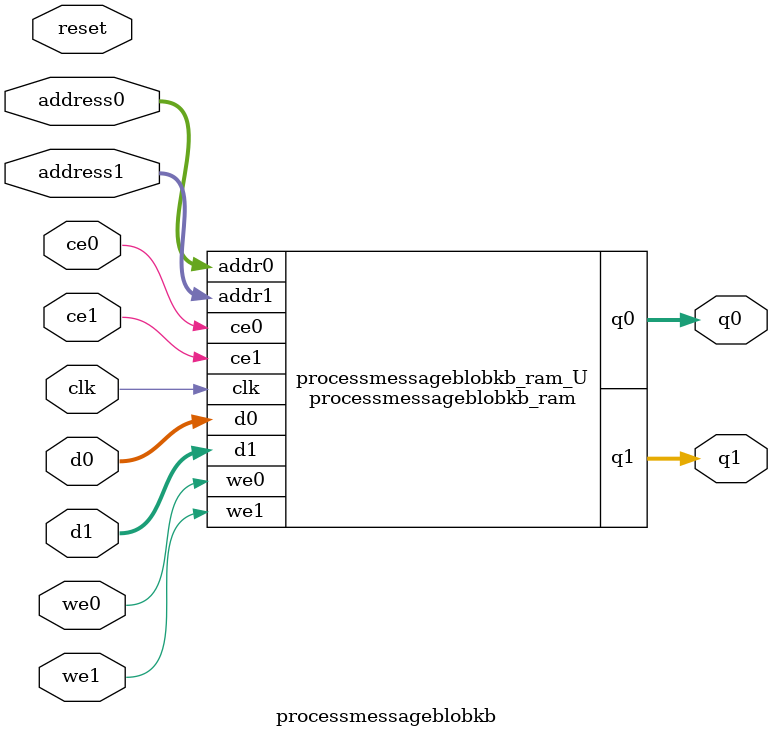
<source format=v>
`timescale 1 ns / 1 ps
module processmessageblobkb_ram (addr0, ce0, d0, we0, q0, addr1, ce1, d1, we1, q1,  clk);

parameter DWIDTH = 32;
parameter AWIDTH = 7;
parameter MEM_SIZE = 68;

input[AWIDTH-1:0] addr0;
input ce0;
input[DWIDTH-1:0] d0;
input we0;
output reg[DWIDTH-1:0] q0;
input[AWIDTH-1:0] addr1;
input ce1;
input[DWIDTH-1:0] d1;
input we1;
output reg[DWIDTH-1:0] q1;
input clk;

(* ram_style = "block" *)reg [DWIDTH-1:0] ram[0:MEM_SIZE-1];




always @(posedge clk)  
begin 
    if (ce0) 
    begin
        if (we0) 
        begin 
            ram[addr0] <= d0; 
        end 
        q0 <= ram[addr0];
    end
end


always @(posedge clk)  
begin 
    if (ce1) 
    begin
        if (we1) 
        begin 
            ram[addr1] <= d1; 
        end 
        q1 <= ram[addr1];
    end
end


endmodule

`timescale 1 ns / 1 ps
module processmessageblobkb(
    reset,
    clk,
    address0,
    ce0,
    we0,
    d0,
    q0,
    address1,
    ce1,
    we1,
    d1,
    q1);

parameter DataWidth = 32'd32;
parameter AddressRange = 32'd68;
parameter AddressWidth = 32'd7;
input reset;
input clk;
input[AddressWidth - 1:0] address0;
input ce0;
input we0;
input[DataWidth - 1:0] d0;
output[DataWidth - 1:0] q0;
input[AddressWidth - 1:0] address1;
input ce1;
input we1;
input[DataWidth - 1:0] d1;
output[DataWidth - 1:0] q1;



processmessageblobkb_ram processmessageblobkb_ram_U(
    .clk( clk ),
    .addr0( address0 ),
    .ce0( ce0 ),
    .we0( we0 ),
    .d0( d0 ),
    .q0( q0 ),
    .addr1( address1 ),
    .ce1( ce1 ),
    .we1( we1 ),
    .d1( d1 ),
    .q1( q1 ));

endmodule


</source>
